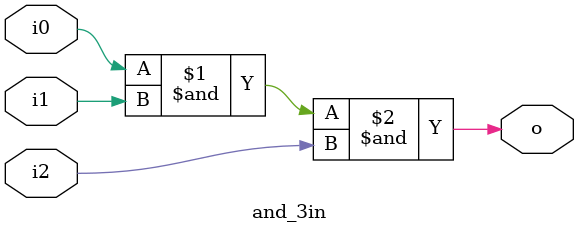
<source format=v>
`timescale 1ns / 1ps


module and_3in (i0, i1, i2, o);
    input   wire    i0, i1, i2;
    output  wire    o;
    
    assign   o = i0 & i1 & i2;
endmodule

</source>
